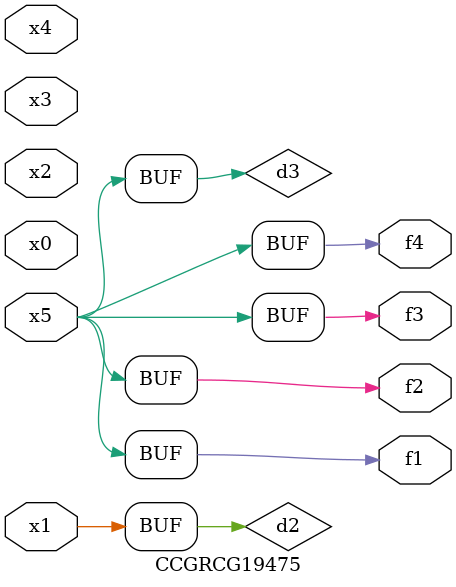
<source format=v>
module CCGRCG19475(
	input x0, x1, x2, x3, x4, x5,
	output f1, f2, f3, f4
);

	wire d1, d2, d3;

	not (d1, x5);
	or (d2, x1);
	xnor (d3, d1);
	assign f1 = d3;
	assign f2 = d3;
	assign f3 = d3;
	assign f4 = d3;
endmodule

</source>
